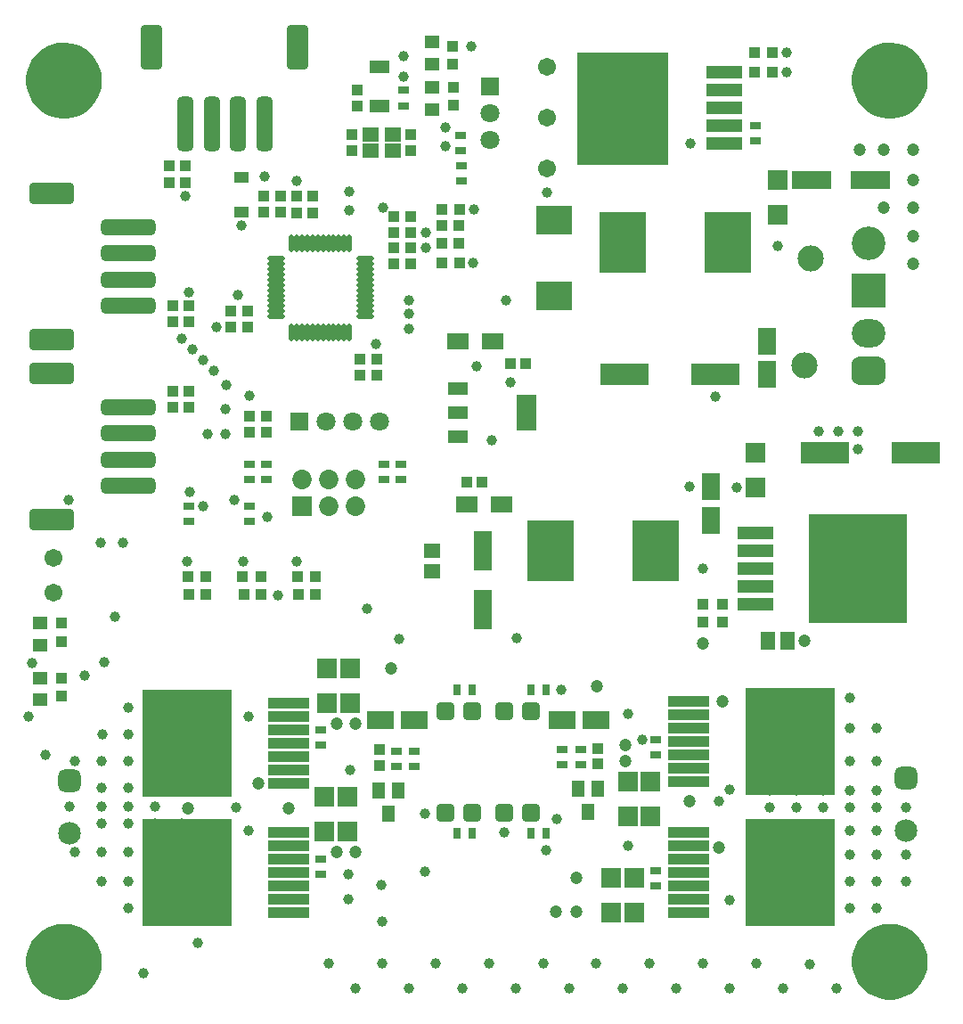
<source format=gts>
G04*
G04 #@! TF.GenerationSoftware,Altium Limited,Altium Designer,21.3.2 (30)*
G04*
G04 Layer_Color=8388736*
%FSTAX25Y25*%
%MOIN*%
G70*
G04*
G04 #@! TF.SameCoordinates,F2247190-6049-447B-BCC3-174C6299C890*
G04*
G04*
G04 #@! TF.FilePolarity,Negative*
G04*
G01*
G75*
%ADD60R,0.15800X0.03950*%
%ADD61R,0.33438X0.40446*%
%ADD62R,0.18123X0.08280*%
%ADD63R,0.36627X0.40564*%
%ADD64R,0.13595X0.05131*%
%ADD65R,0.07099X0.14580*%
%ADD66R,0.17335X0.22847*%
%ADD67R,0.07296X0.13792*%
%ADD68R,0.07296X0.04540*%
%ADD69R,0.03950X0.03950*%
%ADD70R,0.07950X0.06150*%
%ADD71R,0.06312X0.05524*%
%ADD72R,0.04343X0.02965*%
G04:AMPARAMS|DCode=73|XSize=59.18mil|YSize=204.85mil|CornerRadius=16.8mil|HoleSize=0mil|Usage=FLASHONLY|Rotation=90.000|XOffset=0mil|YOffset=0mil|HoleType=Round|Shape=RoundedRectangle|*
%AMROUNDEDRECTD73*
21,1,0.05918,0.17126,0,0,90.0*
21,1,0.02559,0.20485,0,0,90.0*
1,1,0.03359,0.08563,0.01280*
1,1,0.03359,0.08563,-0.01280*
1,1,0.03359,-0.08563,-0.01280*
1,1,0.03359,-0.08563,0.01280*
%
%ADD73ROUNDEDRECTD73*%
G04:AMPARAMS|DCode=74|XSize=78.87mil|YSize=165.48mil|CornerRadius=12.86mil|HoleSize=0mil|Usage=FLASHONLY|Rotation=90.000|XOffset=0mil|YOffset=0mil|HoleType=Round|Shape=RoundedRectangle|*
%AMROUNDEDRECTD74*
21,1,0.07887,0.13976,0,0,90.0*
21,1,0.05315,0.16548,0,0,90.0*
1,1,0.02572,0.06988,0.02657*
1,1,0.02572,0.06988,-0.02657*
1,1,0.02572,-0.06988,-0.02657*
1,1,0.02572,-0.06988,0.02657*
%
%ADD74ROUNDEDRECTD74*%
%ADD75R,0.03950X0.03950*%
%ADD76R,0.07493X0.07493*%
%ADD77R,0.04737X0.06312*%
%ADD78R,0.02965X0.04343*%
G04:AMPARAMS|DCode=79|XSize=63.51mil|YSize=65.87mil|CornerRadius=10.94mil|HoleSize=0mil|Usage=FLASHONLY|Rotation=270.000|XOffset=0mil|YOffset=0mil|HoleType=Round|Shape=RoundedRectangle|*
%AMROUNDEDRECTD79*
21,1,0.06351,0.04400,0,0,270.0*
21,1,0.04163,0.06587,0,0,270.0*
1,1,0.02188,-0.02200,-0.02082*
1,1,0.02188,-0.02200,0.02082*
1,1,0.02188,0.02200,0.02082*
1,1,0.02188,0.02200,-0.02082*
%
%ADD79ROUNDEDRECTD79*%
%ADD80R,0.10052X0.06902*%
%ADD81R,0.03950X0.04147*%
%ADD82O,0.01981X0.06509*%
%ADD83O,0.06509X0.01981*%
%ADD84R,0.05300X0.04383*%
G04:AMPARAMS|DCode=85|XSize=78.87mil|YSize=165.48mil|CornerRadius=12.86mil|HoleSize=0mil|Usage=FLASHONLY|Rotation=0.000|XOffset=0mil|YOffset=0mil|HoleType=Round|Shape=RoundedRectangle|*
%AMROUNDEDRECTD85*
21,1,0.07887,0.13976,0,0,0.0*
21,1,0.05315,0.16548,0,0,0.0*
1,1,0.02572,0.02657,-0.06988*
1,1,0.02572,-0.02657,-0.06988*
1,1,0.02572,-0.02657,0.06988*
1,1,0.02572,0.02657,0.06988*
%
%ADD85ROUNDEDRECTD85*%
G04:AMPARAMS|DCode=86|XSize=59.18mil|YSize=204.85mil|CornerRadius=16.8mil|HoleSize=0mil|Usage=FLASHONLY|Rotation=0.000|XOffset=0mil|YOffset=0mil|HoleType=Round|Shape=RoundedRectangle|*
%AMROUNDEDRECTD86*
21,1,0.05918,0.17126,0,0,0.0*
21,1,0.02559,0.20485,0,0,0.0*
1,1,0.03359,0.01280,-0.08563*
1,1,0.03359,-0.01280,-0.08563*
1,1,0.03359,-0.01280,0.08563*
1,1,0.03359,0.01280,0.08563*
%
%ADD86ROUNDEDRECTD86*%
%ADD87R,0.04147X0.03950*%
%ADD88R,0.05524X0.05131*%
%ADD89R,0.07493X0.04737*%
G04:AMPARAMS|DCode=90|XSize=63.12mil|YSize=55.24mil|CornerRadius=7.54mil|HoleSize=0mil|Usage=FLASHONLY|Rotation=0.000|XOffset=0mil|YOffset=0mil|HoleType=Round|Shape=RoundedRectangle|*
%AMROUNDEDRECTD90*
21,1,0.06312,0.04016,0,0,0.0*
21,1,0.04803,0.05524,0,0,0.0*
1,1,0.01509,0.02402,-0.02008*
1,1,0.01509,-0.02402,-0.02008*
1,1,0.01509,-0.02402,0.02008*
1,1,0.01509,0.02402,0.02008*
%
%ADD90ROUNDEDRECTD90*%
%ADD91C,0.06706*%
%ADD92R,0.06902X0.10052*%
%ADD93R,0.13438X0.04934*%
%ADD94R,0.34107X0.42257*%
%ADD95R,0.05524X0.06706*%
%ADD96R,0.13202X0.10642*%
%ADD97R,0.14580X0.07099*%
G04:AMPARAMS|DCode=98|XSize=106.42mil|YSize=126.11mil|CornerRadius=28.61mil|HoleSize=0mil|Usage=FLASHONLY|Rotation=90.000|XOffset=0mil|YOffset=0mil|HoleType=Round|Shape=RoundedRectangle|*
%AMROUNDEDRECTD98*
21,1,0.10642,0.06890,0,0,90.0*
21,1,0.04921,0.12611,0,0,90.0*
1,1,0.05721,0.03445,0.02461*
1,1,0.05721,0.03445,-0.02461*
1,1,0.05721,-0.03445,-0.02461*
1,1,0.05721,-0.03445,0.02461*
%
%ADD98ROUNDEDRECTD98*%
%ADD99O,0.12611X0.10642*%
%ADD100C,0.07296*%
%ADD101R,0.07296X0.07296*%
G04:AMPARAMS|DCode=102|XSize=84.77mil|YSize=84.77mil|CornerRadius=23.19mil|HoleSize=0mil|Usage=FLASHONLY|Rotation=270.000|XOffset=0mil|YOffset=0mil|HoleType=Round|Shape=RoundedRectangle|*
%AMROUNDEDRECTD102*
21,1,0.08477,0.03839,0,0,270.0*
21,1,0.03839,0.08477,0,0,270.0*
1,1,0.04639,-0.01919,-0.01919*
1,1,0.04639,-0.01919,0.01919*
1,1,0.04639,0.01919,0.01919*
1,1,0.04639,0.01919,-0.01919*
%
%ADD102ROUNDEDRECTD102*%
%ADD103C,0.08477*%
%ADD104R,0.07099X0.07099*%
%ADD105C,0.07099*%
%ADD106R,0.07099X0.07099*%
%ADD107R,0.12611X0.12611*%
%ADD108C,0.12611*%
%ADD109C,0.09800*%
%ADD110C,0.16548*%
%ADD111C,0.04737*%
%ADD112C,0.03950*%
%ADD113C,0.03398*%
G36*
X0515173Y0434934D02*
X0515174Y0434009D01*
X0514932Y0432176D01*
X0514454Y0430389D01*
X0513746Y0428681D01*
X0512821Y0427079D01*
X0511696Y0425612D01*
X0510388Y0424305D01*
X0508921Y0423179D01*
X0507319Y0422254D01*
X0505611Y0421547D01*
X0503825Y0421068D01*
X0501991Y0420827D01*
X0501067D01*
X0500134Y0420827D01*
X0498283Y042107D01*
X049648Y0421553D01*
X0494756Y0422267D01*
X0493139Y04232D01*
X0491658Y0424336D01*
X0490338Y0425655D01*
X0489202Y0427136D01*
X0488269Y0428752D01*
X0487554Y0430476D01*
X0487071Y0432279D01*
X0486827Y0434129D01*
X0486827Y0435063D01*
X0486827Y043599D01*
X048707Y043783D01*
X0487551Y0439621D01*
X0488263Y0441334D01*
X0489193Y044294D01*
X0490325Y0444409D01*
X0491641Y0445718D01*
X0493116Y0446844D01*
X0494725Y0447766D01*
X0496442Y044847D01*
X0498236Y0448943D01*
X0500076Y0449177D01*
X0501004Y0449173D01*
X0501934Y0449168D01*
X0503778Y0448917D01*
X0505573Y0448428D01*
X050729Y044771D01*
X0508898Y0446774D01*
X0510371Y0445637D01*
X0511684Y0444318D01*
X0512813Y044284D01*
X0513741Y0441227D01*
X0514451Y0439507D01*
X0514931Y0437709D01*
X0515173Y0435864D01*
X0515173Y0434934D01*
D01*
D02*
G37*
G36*
X0824174D02*
X0824174Y0434009D01*
X0823932Y0432176D01*
X0823454Y0430389D01*
X0822746Y0428681D01*
X0821821Y0427079D01*
X0820696Y0425612D01*
X0819388Y0424305D01*
X0817921Y0423179D01*
X0816319Y0422254D01*
X0814611Y0421547D01*
X0812825Y0421068D01*
X0810991Y0420827D01*
X0810067D01*
X0809134Y0420827D01*
X0807283Y042107D01*
X080548Y0421553D01*
X0803756Y0422267D01*
X0802139Y04232D01*
X0800658Y0424336D01*
X0799338Y0425655D01*
X0798202Y0427136D01*
X0797268Y0428752D01*
X0796554Y0430476D01*
X0796071Y0432279D01*
X0795827Y0434129D01*
X0795827Y0435063D01*
X0795827Y043599D01*
X0796069Y043783D01*
X0796551Y0439621D01*
X0797263Y0441334D01*
X0798193Y044294D01*
X0799326Y0444409D01*
X080064Y0445718D01*
X0802116Y0446844D01*
X0803725Y0447766D01*
X0805442Y044847D01*
X0807236Y0448943D01*
X0809076Y0449177D01*
X0810004Y0449173D01*
X0810934Y0449168D01*
X0812778Y0448917D01*
X0814573Y0448428D01*
X081629Y044771D01*
X0817898Y0446774D01*
X0819371Y0445637D01*
X0820684Y0444318D01*
X0821813Y044284D01*
X0822741Y0441227D01*
X0823451Y0439507D01*
X0823931Y0437709D01*
X0824174Y0435864D01*
X0824174Y0434934D01*
D01*
D02*
G37*
G36*
X0515173Y0764534D02*
X0515174Y0763609D01*
X0514932Y0761776D01*
X0514454Y0759989D01*
X0513746Y0758281D01*
X0512821Y0756679D01*
X0511696Y0755212D01*
X0510388Y0753905D01*
X0508921Y0752779D01*
X0507319Y0751854D01*
X0505611Y0751147D01*
X0503825Y0750668D01*
X0501991Y0750427D01*
X0501067D01*
X0500134Y0750427D01*
X0498283Y075067D01*
X049648Y0751153D01*
X0494756Y0751867D01*
X0493139Y07528D01*
X0491658Y0753936D01*
X0490338Y0755255D01*
X0489202Y0756736D01*
X0488269Y0758352D01*
X0487554Y0760076D01*
X0487071Y0761879D01*
X0486827Y0763729D01*
X0486827Y0764663D01*
X0486827Y076559D01*
X048707Y076743D01*
X0487551Y0769221D01*
X0488263Y0770934D01*
X0489193Y077254D01*
X0490325Y0774009D01*
X0491641Y0775318D01*
X0493116Y0776444D01*
X0494725Y0777366D01*
X0496442Y077807D01*
X0498236Y0778543D01*
X0500076Y0778777D01*
X0501004Y0778773D01*
X0501934Y0778768D01*
X0503778Y0778517D01*
X0505573Y0778028D01*
X050729Y077731D01*
X0508898Y0776374D01*
X0510371Y0775237D01*
X0511684Y0773918D01*
X0512813Y077244D01*
X0513741Y0770827D01*
X0514451Y0769107D01*
X0514931Y0767309D01*
X0515173Y0765464D01*
X0515173Y0764534D01*
D01*
D02*
G37*
G36*
X0824174D02*
X0824174Y0763609D01*
X0823932Y0761776D01*
X0823454Y0759989D01*
X0822746Y0758281D01*
X0821821Y0756679D01*
X0820696Y0755212D01*
X0819388Y0753905D01*
X0817921Y0752779D01*
X0816319Y0751854D01*
X0814611Y0751147D01*
X0812825Y0750668D01*
X0810991Y0750427D01*
X0810067D01*
X0809134Y0750427D01*
X0807283Y075067D01*
X080548Y0751153D01*
X0803756Y0751867D01*
X0802139Y07528D01*
X0800658Y0753936D01*
X0799338Y0755255D01*
X0798202Y0756736D01*
X0797268Y0758352D01*
X0796554Y0760076D01*
X0796071Y0761879D01*
X0795827Y0763729D01*
X0795827Y0764663D01*
X0795827Y076559D01*
X0796069Y076743D01*
X0796551Y0769221D01*
X0797263Y0770934D01*
X0798193Y077254D01*
X0799326Y0774009D01*
X080064Y0775318D01*
X0802116Y0776444D01*
X0803725Y0777366D01*
X0805442Y077807D01*
X0807236Y0778543D01*
X0809076Y0778777D01*
X0810004Y0778773D01*
X0810934Y0778768D01*
X0812778Y0778517D01*
X0814573Y0778028D01*
X081629Y077731D01*
X0817898Y0776374D01*
X0819371Y0775237D01*
X0820684Y0773918D01*
X0821813Y077244D01*
X0822741Y0770827D01*
X0823451Y0769107D01*
X0823931Y0767309D01*
X0824174Y0765464D01*
X0824174Y0764534D01*
D01*
D02*
G37*
D60*
X0585002Y0468423D02*
D03*
Y0463423D02*
D03*
Y0458423D02*
D03*
Y0453423D02*
D03*
Y0473423D02*
D03*
Y0478423D02*
D03*
Y0483423D02*
D03*
X0734727Y0468423D02*
D03*
Y0473423D02*
D03*
Y0478423D02*
D03*
Y0483423D02*
D03*
Y0463423D02*
D03*
Y0458423D02*
D03*
Y0453423D02*
D03*
Y0517369D02*
D03*
Y0522368D02*
D03*
Y0527368D02*
D03*
Y0532369D02*
D03*
Y0512368D02*
D03*
Y0507369D02*
D03*
Y0502368D02*
D03*
X0585073Y0516632D02*
D03*
Y0511631D02*
D03*
Y0506632D02*
D03*
Y0501631D02*
D03*
Y0521631D02*
D03*
Y0526631D02*
D03*
Y0531632D02*
D03*
D61*
X054697Y0468423D02*
D03*
X0772758D02*
D03*
Y0517369D02*
D03*
X0547042Y0516632D02*
D03*
D62*
X0744826Y06546D02*
D03*
X0710574D02*
D03*
X0819851Y06255D02*
D03*
X0785599D02*
D03*
D63*
X0797886Y0581976D02*
D03*
D64*
X0759697Y056859D02*
D03*
Y0575283D02*
D03*
Y0581976D02*
D03*
Y0588669D02*
D03*
Y0595362D02*
D03*
D65*
X0657799Y0566622D02*
D03*
Y0588669D02*
D03*
D66*
X068313D02*
D03*
X07225D02*
D03*
X0749457Y0704D02*
D03*
X0710087D02*
D03*
D67*
X0674148Y064045D02*
D03*
D68*
X064836Y0631395D02*
D03*
Y064045D02*
D03*
Y0649505D02*
D03*
D69*
X0667929Y0658543D02*
D03*
X0673835D02*
D03*
X0588749Y0572256D02*
D03*
X0595048D02*
D03*
X0574565D02*
D03*
X0568266D02*
D03*
X055415D02*
D03*
X0547851D02*
D03*
X0588063Y0715053D02*
D03*
X0593968D02*
D03*
X0588063Y0721369D02*
D03*
X0593968D02*
D03*
X0540467Y0726483D02*
D03*
X0546372D02*
D03*
X0540467Y07328D02*
D03*
X0546372D02*
D03*
X0648787Y071024D02*
D03*
X0642488D02*
D03*
X0648787Y07036D02*
D03*
X0642488D02*
D03*
X0657502Y0614321D02*
D03*
X0651596D02*
D03*
D70*
X0661274Y0667D02*
D03*
X0648374D02*
D03*
X0651649Y0606183D02*
D03*
X0664549D02*
D03*
D71*
X0638773Y0588669D02*
D03*
Y0581189D02*
D03*
D72*
X0597106Y0467714D02*
D03*
Y0473423D02*
D03*
X0620634Y0621109D02*
D03*
Y06154D02*
D03*
X0576826Y0621109D02*
D03*
Y06154D02*
D03*
X057051D02*
D03*
Y0621109D02*
D03*
Y06054D02*
D03*
Y0599691D02*
D03*
X06271Y0621054D02*
D03*
Y0615346D02*
D03*
X0694209Y0508592D02*
D03*
Y05143D02*
D03*
X068751Y0508592D02*
D03*
Y05143D02*
D03*
X0631999Y0508115D02*
D03*
Y0513824D02*
D03*
X0625379Y0508115D02*
D03*
Y0513824D02*
D03*
X0597106Y0521631D02*
D03*
Y0515923D02*
D03*
X0547854Y06054D02*
D03*
Y0599691D02*
D03*
X06496Y0726946D02*
D03*
Y0732654D02*
D03*
X06494Y0744154D02*
D03*
Y0738446D02*
D03*
X0628009Y0755195D02*
D03*
Y0760903D02*
D03*
X075961Y0747705D02*
D03*
Y0741996D02*
D03*
X0722387Y0518077D02*
D03*
Y0512368D02*
D03*
Y0463423D02*
D03*
Y0469132D02*
D03*
D73*
X0525Y0612874D02*
D03*
Y0622717D02*
D03*
Y0632559D02*
D03*
Y0642402D02*
D03*
Y0680236D02*
D03*
Y0690079D02*
D03*
Y0699921D02*
D03*
Y0709764D02*
D03*
D74*
X0496457Y0600276D02*
D03*
Y0655D02*
D03*
Y0667638D02*
D03*
Y0722362D02*
D03*
D75*
X06179Y065438D02*
D03*
Y0660285D02*
D03*
X06117Y065438D02*
D03*
Y0660285D02*
D03*
X0700707Y0508886D02*
D03*
Y0514791D02*
D03*
X0618894Y0514344D02*
D03*
Y0508438D02*
D03*
X0547854Y0648307D02*
D03*
Y0642402D02*
D03*
X0541846Y0648307D02*
D03*
Y0642402D02*
D03*
X05698Y0678276D02*
D03*
Y067237D02*
D03*
X0563394Y0678276D02*
D03*
Y067237D02*
D03*
X0541846Y0674331D02*
D03*
Y0680236D02*
D03*
X0547854D02*
D03*
Y0674331D02*
D03*
X05758Y0715426D02*
D03*
Y0721332D02*
D03*
X0582039Y0715418D02*
D03*
Y0721324D02*
D03*
X0610677Y0755195D02*
D03*
Y07611D02*
D03*
X06087Y0744406D02*
D03*
Y07385D02*
D03*
X06308Y0744406D02*
D03*
Y07385D02*
D03*
X06306Y0707747D02*
D03*
Y0713653D02*
D03*
X06244D02*
D03*
Y0707747D02*
D03*
Y0701898D02*
D03*
Y0695992D02*
D03*
X06306D02*
D03*
Y0701898D02*
D03*
X057051Y0633095D02*
D03*
Y0639D02*
D03*
X0576826D02*
D03*
Y0633095D02*
D03*
D76*
X07205Y0489376D02*
D03*
Y0502368D02*
D03*
X0712Y0489376D02*
D03*
Y0502368D02*
D03*
X0714266Y0466415D02*
D03*
Y0453423D02*
D03*
X07056Y0466415D02*
D03*
Y0453423D02*
D03*
X05985Y0496557D02*
D03*
Y0483565D02*
D03*
X06071D02*
D03*
Y0496557D02*
D03*
X05995Y0531632D02*
D03*
Y0544624D02*
D03*
X06081D02*
D03*
Y0531632D02*
D03*
X0759699Y0625496D02*
D03*
Y0612504D02*
D03*
X07681Y0714303D02*
D03*
Y0727295D02*
D03*
D77*
X0700707Y0499771D02*
D03*
X0693227D02*
D03*
X0696967Y049111D02*
D03*
X0622402Y0490401D02*
D03*
X0618662Y0499062D02*
D03*
X0626143D02*
D03*
D78*
X0675621Y0482961D02*
D03*
X0681329D02*
D03*
X0647996Y0482905D02*
D03*
X0653704D02*
D03*
X0681329Y05366D02*
D03*
X0675621D02*
D03*
X0647946Y0536656D02*
D03*
X0653654D02*
D03*
D79*
X0675621Y049064D02*
D03*
X0665621D02*
D03*
Y0528829D02*
D03*
X0675621D02*
D03*
X0653704Y0490636D02*
D03*
X0643704D02*
D03*
Y0528825D02*
D03*
X0653704D02*
D03*
D80*
X0631999Y05254D02*
D03*
X0619401D02*
D03*
X068751Y0525529D02*
D03*
X0700108D02*
D03*
D81*
X0588355Y0578956D02*
D03*
X0595048D02*
D03*
X0567872D02*
D03*
X0574565D02*
D03*
X055415D02*
D03*
X0547458D02*
D03*
X0649181Y0716539D02*
D03*
X0642488D02*
D03*
Y06965D02*
D03*
X0649181D02*
D03*
X0759419Y0767784D02*
D03*
X0766112D02*
D03*
X0759419Y0775D02*
D03*
X0766112D02*
D03*
D82*
X0607748Y0703768D02*
D03*
X060578D02*
D03*
X0603811D02*
D03*
X0601842D02*
D03*
X0599874D02*
D03*
X0597905D02*
D03*
X0595937D02*
D03*
X0593968D02*
D03*
X0592D02*
D03*
X0590031D02*
D03*
X0588063D02*
D03*
X0586095D02*
D03*
Y06705D02*
D03*
X0588063D02*
D03*
X0590031D02*
D03*
X0592D02*
D03*
X0593968D02*
D03*
X0595937D02*
D03*
X0597905D02*
D03*
X0599874D02*
D03*
X0601842D02*
D03*
X0603811D02*
D03*
X060578D02*
D03*
X0607748D02*
D03*
D83*
X0580287Y0697961D02*
D03*
Y0695992D02*
D03*
Y0694024D02*
D03*
Y0692055D02*
D03*
Y0690087D02*
D03*
Y0688118D02*
D03*
Y068615D02*
D03*
Y0684181D02*
D03*
Y0682213D02*
D03*
Y0680244D02*
D03*
Y0678276D02*
D03*
Y0676307D02*
D03*
X0613555D02*
D03*
Y0678276D02*
D03*
Y0680244D02*
D03*
Y0682213D02*
D03*
Y0684181D02*
D03*
Y068615D02*
D03*
Y0688118D02*
D03*
Y0690087D02*
D03*
Y0692055D02*
D03*
Y0694024D02*
D03*
Y0695992D02*
D03*
Y0697961D02*
D03*
D84*
X0567296Y0715426D02*
D03*
Y0728339D02*
D03*
D85*
X0588498Y0776879D02*
D03*
X0533774D02*
D03*
D86*
X05759Y0748336D02*
D03*
X0566057D02*
D03*
X0556215D02*
D03*
X0546372D02*
D03*
D87*
X0646381Y0777426D02*
D03*
Y0770733D02*
D03*
X0499994Y0541153D02*
D03*
Y053446D02*
D03*
X0500094Y0561554D02*
D03*
Y0554861D02*
D03*
X06467Y0755307D02*
D03*
Y0762D02*
D03*
X0740037Y056859D02*
D03*
Y0561897D02*
D03*
X0747443Y056859D02*
D03*
Y0561897D02*
D03*
D88*
X0638634Y0770733D02*
D03*
Y0779001D02*
D03*
X0492094Y0532886D02*
D03*
Y0541153D02*
D03*
X0492194Y0553287D02*
D03*
Y0561554D02*
D03*
X0638634Y0762D02*
D03*
Y0753732D02*
D03*
D89*
X0619206Y0755195D02*
D03*
Y0769761D02*
D03*
D90*
X0615632Y0744406D02*
D03*
X06239D02*
D03*
Y07385D02*
D03*
X0615632D02*
D03*
D91*
X0497072Y0573055D02*
D03*
Y0586055D02*
D03*
X06817Y0731575D02*
D03*
Y0750575D02*
D03*
X06816Y0769576D02*
D03*
D92*
X074305Y0600201D02*
D03*
Y0612799D02*
D03*
X07639Y0667198D02*
D03*
Y06546D02*
D03*
D93*
X0748Y0741012D02*
D03*
Y0747705D02*
D03*
Y0754398D02*
D03*
Y0761091D02*
D03*
Y0767784D02*
D03*
D94*
X0710087Y0754098D02*
D03*
D95*
X0764457Y0555D02*
D03*
X0771543D02*
D03*
D96*
X06844Y0683941D02*
D03*
Y0712288D02*
D03*
D97*
X0780779Y0727295D02*
D03*
X0802826D02*
D03*
D98*
X0802Y065611D02*
D03*
D99*
Y066989D02*
D03*
D100*
X06102Y06154D02*
D03*
X06002D02*
D03*
X06102Y06054D02*
D03*
X06002D02*
D03*
X05902Y06154D02*
D03*
D101*
Y06054D02*
D03*
D102*
X0816Y0503842D02*
D03*
X0503Y0502843D02*
D03*
D103*
X0816Y0484158D02*
D03*
X0503Y0483157D02*
D03*
D104*
X0660474Y07624D02*
D03*
D105*
Y07524D02*
D03*
Y07424D02*
D03*
X0599Y0637D02*
D03*
X0609D02*
D03*
X0619D02*
D03*
D106*
X0589D02*
D03*
D107*
X0802Y0686D02*
D03*
D108*
Y0703717D02*
D03*
D109*
X07781Y065811D02*
D03*
X0780218Y0698071D02*
D03*
D110*
X081Y0435D02*
D03*
X0501D02*
D03*
X081Y07646D02*
D03*
X0501D02*
D03*
D111*
X0700254Y0537991D02*
D03*
X06234Y05448D02*
D03*
X0778029Y0555D02*
D03*
X06928Y04536D02*
D03*
X05474Y04924D02*
D03*
X0735Y0495D02*
D03*
X0746Y0477623D02*
D03*
X081876Y0695882D02*
D03*
Y0706418D02*
D03*
Y07169D02*
D03*
Y0727295D02*
D03*
Y07386D02*
D03*
X0740037Y0554D02*
D03*
X05852Y04923D02*
D03*
X0573732Y0501631D02*
D03*
X0685Y0453689D02*
D03*
X06928Y0466415D02*
D03*
X0603Y0524D02*
D03*
X061D02*
D03*
X0603Y0476D02*
D03*
X061D02*
D03*
X07109Y05162D02*
D03*
X0711016Y05101D02*
D03*
X07475Y05325D02*
D03*
X0807826Y07169D02*
D03*
X0798574Y07386D02*
D03*
X0807826D02*
D03*
D112*
X0535Y0486818D02*
D03*
Y0455D02*
D03*
Y0476D02*
D03*
X0545Y0465D02*
D03*
X06362Y04688D02*
D03*
X0545Y0486818D02*
D03*
Y0454911D02*
D03*
X06196Y04637D02*
D03*
X0545Y0476D02*
D03*
X06075Y04585D02*
D03*
X0535Y0465D02*
D03*
X0569891Y0484002D02*
D03*
X06263Y0555608D02*
D03*
X07446Y06465D02*
D03*
X0740037Y0581879D02*
D03*
X0670499Y05562D02*
D03*
X06665Y0682313D02*
D03*
X06612Y06302D02*
D03*
X066788Y06516D02*
D03*
X06555Y0657663D02*
D03*
X06145Y0567D02*
D03*
X0752699Y0612504D02*
D03*
X079Y0425D02*
D03*
X077D02*
D03*
X0750119D02*
D03*
X073D02*
D03*
X071D02*
D03*
X069D02*
D03*
X067D02*
D03*
X065D02*
D03*
X063D02*
D03*
X061D02*
D03*
X078Y0433968D02*
D03*
X076Y0434227D02*
D03*
X074D02*
D03*
X072D02*
D03*
X07D02*
D03*
X068048D02*
D03*
X066D02*
D03*
X064D02*
D03*
X062D02*
D03*
Y045D02*
D03*
X06Y0434227D02*
D03*
X0493932Y0512306D02*
D03*
X0516Y0547D02*
D03*
X052Y0563916D02*
D03*
X0530743Y0430817D02*
D03*
X05087Y05421D02*
D03*
X0515Y0476D02*
D03*
X0505D02*
D03*
X04876Y05266D02*
D03*
X055098Y0442168D02*
D03*
X0535Y0492994D02*
D03*
X0525Y0486818D02*
D03*
X056524Y0492763D02*
D03*
X0505Y051D02*
D03*
X0503Y0492994D02*
D03*
X0515D02*
D03*
X0525D02*
D03*
X0816Y04928D02*
D03*
X0805D02*
D03*
X0795D02*
D03*
X0785D02*
D03*
X0775D02*
D03*
X0765D02*
D03*
X0746Y0495D02*
D03*
X0795Y0533564D02*
D03*
X0805Y051D02*
D03*
Y0522329D02*
D03*
X0795D02*
D03*
Y051D02*
D03*
X0785Y0533564D02*
D03*
Y0522329D02*
D03*
Y051D02*
D03*
X0775D02*
D03*
Y0522329D02*
D03*
Y0533564D02*
D03*
X0765D02*
D03*
Y0522329D02*
D03*
Y051D02*
D03*
Y0499158D02*
D03*
X0775D02*
D03*
X0785D02*
D03*
X0795D02*
D03*
X0805D02*
D03*
Y0455D02*
D03*
X0795D02*
D03*
X0785D02*
D03*
X0775D02*
D03*
X0765D02*
D03*
X0816Y0465D02*
D03*
X0805D02*
D03*
X0795D02*
D03*
X0785D02*
D03*
X0775D02*
D03*
X0765D02*
D03*
X0816Y0475D02*
D03*
X0805D02*
D03*
X0795D02*
D03*
X0785D02*
D03*
X0775D02*
D03*
X0765D02*
D03*
Y0484158D02*
D03*
X0775D02*
D03*
X0785D02*
D03*
X0795D02*
D03*
X0805D02*
D03*
X075Y04582D02*
D03*
X07174Y05179D02*
D03*
X0525Y053D02*
D03*
X0535D02*
D03*
Y052D02*
D03*
X0525D02*
D03*
X05154D02*
D03*
X0515Y051D02*
D03*
X0535D02*
D03*
X0525D02*
D03*
X0515Y0500147D02*
D03*
X0525Y05D02*
D03*
X0535D02*
D03*
X0525Y0455D02*
D03*
Y0465D02*
D03*
X0515D02*
D03*
X0525Y0476D02*
D03*
X0515Y0486818D02*
D03*
X06364Y0701898D02*
D03*
X0643634Y0747D02*
D03*
Y0739983D02*
D03*
X05759Y0728839D02*
D03*
X0570156Y0526631D02*
D03*
X06075Y0467714D02*
D03*
X06081Y0506768D02*
D03*
X06853Y04884D02*
D03*
X06657Y04835D02*
D03*
X06813Y04767D02*
D03*
X0636Y04904D02*
D03*
X07119Y04784D02*
D03*
X0687Y0536662D02*
D03*
X07119Y05276D02*
D03*
X07501Y04994D02*
D03*
X0581Y0572D02*
D03*
X06077Y0723D02*
D03*
X06204Y07169D02*
D03*
X05581Y06725D02*
D03*
X06545Y07165D02*
D03*
X06539Y06965D02*
D03*
X04891Y05468D02*
D03*
X063Y06716D02*
D03*
Y0682213D02*
D03*
Y0677307D02*
D03*
X06077Y07161D02*
D03*
X05674Y07104D02*
D03*
X05662Y06844D02*
D03*
X05615Y064165D02*
D03*
Y06325D02*
D03*
X05618Y06508D02*
D03*
X0628009Y07736D02*
D03*
X06533Y07773D02*
D03*
X06818Y07227D02*
D03*
X0523Y05918D02*
D03*
X0514782D02*
D03*
X05027Y06076D02*
D03*
X07713Y0775005D02*
D03*
X05882Y05846D02*
D03*
X05682D02*
D03*
X05472D02*
D03*
X0548Y06107D02*
D03*
X0545Y0668D02*
D03*
X0549Y0664D02*
D03*
X0553Y066D02*
D03*
X0557Y0656D02*
D03*
X057051Y064679D02*
D03*
X0628009Y0766D02*
D03*
X05546Y06324D02*
D03*
X05647Y0607562D02*
D03*
X05771Y06013D02*
D03*
X05531Y06054D02*
D03*
X06178Y0666D02*
D03*
X0588Y07271D02*
D03*
X0547854Y06854D02*
D03*
X0546372Y07213D02*
D03*
X06364Y0707747D02*
D03*
X073488Y0612799D02*
D03*
X07713Y0767784D02*
D03*
X0768Y07026D02*
D03*
X07355Y0741D02*
D03*
X0790599Y06335D02*
D03*
X0783328D02*
D03*
X0797999Y06268D02*
D03*
Y06335D02*
D03*
D113*
X0814331Y0424567D02*
D03*
X0799567Y0430669D02*
D03*
X0805669Y0445433D02*
D03*
X0820433Y0439331D02*
D03*
X0799567D02*
D03*
X0814331Y0445433D02*
D03*
X0820433Y0430669D02*
D03*
X0805669Y0424567D02*
D03*
X0505331D02*
D03*
X0490567Y0430669D02*
D03*
X0496669Y0445433D02*
D03*
X0511433Y0439331D02*
D03*
X0490567D02*
D03*
X0505331Y0445433D02*
D03*
X0511433Y0430669D02*
D03*
X0496669Y0424567D02*
D03*
X0805669Y0754167D02*
D03*
X0820433Y0760269D02*
D03*
X0814331Y0775033D02*
D03*
X0799567Y0768931D02*
D03*
X0820433D02*
D03*
X0805669Y0775033D02*
D03*
X0799567Y0760269D02*
D03*
X0814331Y0754167D02*
D03*
X0505331D02*
D03*
X0490567Y0760269D02*
D03*
X0496669Y0775033D02*
D03*
X0511433Y0768931D02*
D03*
X0490567D02*
D03*
X0505331Y0775033D02*
D03*
X0511433Y0760269D02*
D03*
X0496669Y0754167D02*
D03*
M02*

</source>
